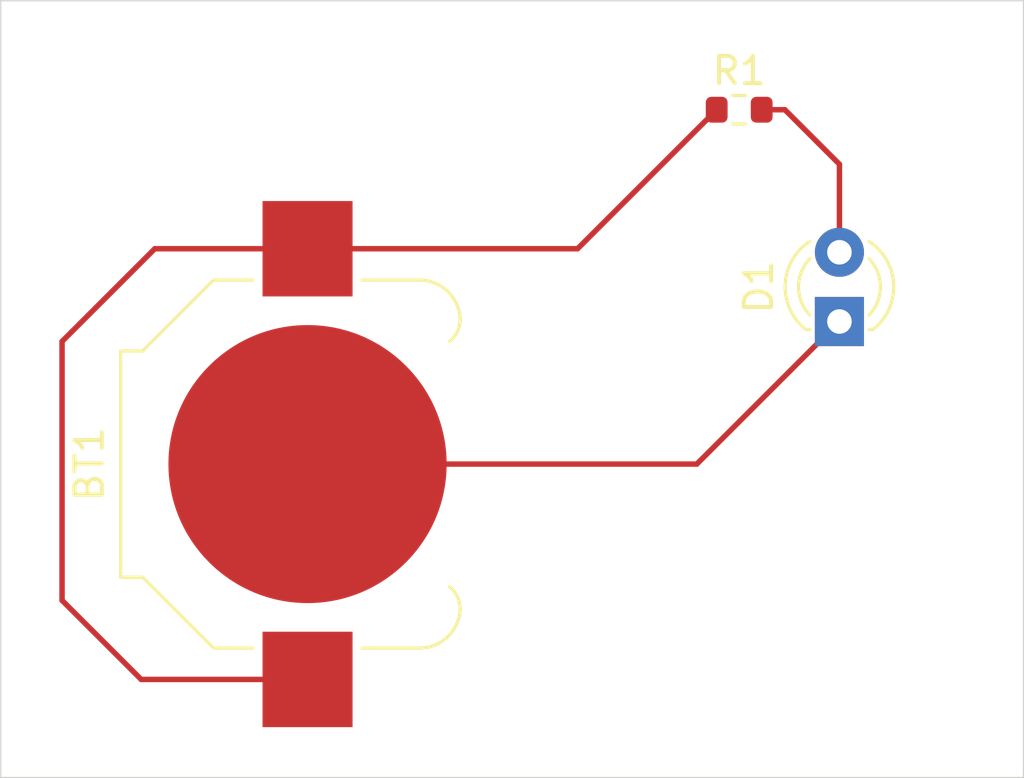
<source format=kicad_pcb>
(kicad_pcb (version 20241229) (generator "pcbnew") (generator_version "9.0")
  (layers (0 "F.Cu" signal) (2 "B.Cu" signal) (13 "F.Paste" user) (15 "B.Paste" user) (5 "F.SilkS" user "F.Silkscreen") (7 "B.SilkS" user "B.Silkscreen") (1 "F.Mask" user) (3 "B.Mask" user) (25 "Edge.Cuts" user))
  (net 0 "")
  (net 1 "Net-(D1-A)")
  (net 2 "Net-(BT1-+)")
  (net 3 "Net-(BT1--)")
  (footprint "Battery:BatteryHolder_Keystone_3000_1x12mm" (layer "F.Cu") (at 110 75.5 90)
    (property "Reference" "BT1" (at 0 -8 90) (layer "F.SilkS"))
    (property "Value" "Battery")
    (fp_line (start 4.15 -6.85) (end 4.15 -6.05) (stroke (width 0.12)) (layer "F.SilkS"))
    (fp_line (start -4.15 -6.85) (end 4.15 -6.85) (stroke (width 0.12)) (layer "F.SilkS"))
    (fp_line (start 4.15 -6.05) (end 6.75 -3.45) (stroke (width 0.12)) (layer "F.SilkS"))
    (fp_line (start -4.15 -6.05) (end -4.15 -6.85) (stroke (width 0.12)) (layer "F.SilkS"))
    (fp_line (start 6.75 -3.45) (end 6.75 -2) (stroke (width 0.12)) (layer "F.SilkS"))
    (fp_line (start -6.75 -3.45) (end -4.15 -6.05) (stroke (width 0.12)) (layer "F.SilkS"))
    (fp_line (start -6.75 -2) (end -6.75 -3.45) (stroke (width 0.12)) (layer "F.SilkS"))
    (fp_line (start 6.75 2) (end 6.75 4.1) (stroke (width 0.12)) (layer "F.SilkS"))
    (fp_line (start -6.75 2) (end -6.75 4.1) (stroke (width 0.12)) (layer "F.SilkS"))
    (fp_arc (start 6.75 4.05) (mid 6.346016 5.125305) (end 5.3 5.6) (stroke (width 0.12)) (layer "F.SilkS"))
    (fp_arc (start -4.5 5.2) (mid -4.90584 5.514615) (end -5.414615 5.58416) (stroke (width 0.12)) (layer "F.SilkS"))
    (fp_arc (start 5.414615 5.58416) (mid 4.90584 5.514615) (end 4.5 5.2) (stroke (width 0.12)) (layer "F.SilkS"))
    (fp_arc (start -5.3 5.6) (mid -6.346016 5.125305) (end -6.75 4.05) (stroke (width 0.12)) (layer "F.SilkS"))
    (pad "1" smd rect (at -7.9 0 90) (size 3.5 3.3) (layers "F.Cu" "F.Mask" "F.Paste") (net 2 "Net-(BT1-+)"))
    (pad "1" smd rect (at 7.9 0 90) (size 3.5 3.3) (layers "F.Cu" "F.Mask" "F.Paste") (net 2 "Net-(BT1-+)"))
    (pad "2" smd circle (at 0 0 90) (size 10.2 10.2) (layers "F.Cu" "F.Mask") (net 3 "Net-(BT1--)"))
  )
  (footprint "LED_THT:LED_D3.0mm" (layer "F.Cu") (at 129.5 70.27 90)
    (property "Reference" "D1" (at 1.27 -2.96 90) (layer "F.SilkS"))
    (property "Value" "LED")
    (fp_line (start -0.29 -1.236) (end -0.29 -1.08) (stroke (width 0.12)) (layer "F.SilkS"))
    (fp_line (start -0.29 1.08) (end -0.29 1.236) (stroke (width 0.12)) (layer "F.SilkS"))
    (fp_arc (start -0.29 -1.235516) (mid 1.365624 -1.987701) (end 2.941397 -1.080061) (stroke (width 0.12)) (layer "F.SilkS"))
    (fp_arc (start 0.229039 -1.08) (mid 1.269964 -1.5) (end 2.31091 -1.080049) (stroke (width 0.12)) (layer "F.SilkS"))
    (fp_arc (start 2.31091 1.080049) (mid 1.269964 1.5) (end 0.229039 1.08) (stroke (width 0.12)) (layer "F.SilkS"))
    (fp_arc (start 2.941397 1.080061) (mid 1.365624 1.987701) (end -0.29 1.235516) (stroke (width 0.12)) (layer "F.SilkS"))
    (pad "1" thru_hole rect (at 0 0 90) (size 1.8 1.8) (drill 0.9) (layers "*.Cu" "*.Mask") (net 3 "Net-(BT1--)"))
    (pad "2" thru_hole circle (at 2.54 0 90) (size 1.8 1.8) (drill 0.9) (layers "*.Cu" "*.Mask") (net 1 "Net-(D1-A)"))
  )
  (footprint "Resistor_SMD:R_0603_1608Metric" (layer "F.Cu") (at 125.825 62.5)
    (property "Reference" "R1" (at 0 -1.43 0) (layer "F.SilkS"))
    (property "Value" "250")
    (fp_line (start -0.237258 -0.5225) (end 0.237258 -0.5225) (stroke (width 0.12)) (layer "F.SilkS"))
    (fp_line (start -0.237258 0.5225) (end 0.237258 0.5225) (stroke (width 0.12)) (layer "F.SilkS"))
    (pad "1" smd roundrect (at -0.825 0) (size 0.8 0.95) (layers "F.Cu" "F.Mask" "F.Paste") (net 2 "Net-(BT1-+)"))
    (pad "2" smd roundrect (at 0.825 0) (size 0.8 0.95) (layers "F.Cu" "F.Mask" "F.Paste") (net 1 "Net-(D1-A)"))
  )
  (gr_rect (start 98.75 58.5) (end 136.25 87) (stroke (width 0.05)) (fill no) (layer "Edge.Cuts"))
  (segment (start 126.65 62.5) (end 127.5 62.5) (width 0.2) (layer "F.Cu") (net 1))
  (segment (start 127.5 62.5) (end 129.5 64.5) (width 0.2) (layer "F.Cu") (net 1))
  (segment (start 129.5 64.5) (end 129.5 67.73) (width 0.2) (layer "F.Cu") (net 1))
  (segment (start 103.9 83.4) (end 110 83.4) (width 0.2) (layer "F.Cu") (net 2))
  (segment (start 101 80.5) (end 103.9 83.4) (width 0.2) (layer "F.Cu") (net 2))
  (segment (start 104.4 67.6) (end 101 71) (width 0.2) (layer "F.Cu") (net 2))
  (segment (start 119.9 67.6) (end 125 62.5) (width 0.2) (layer "F.Cu") (net 2))
  (segment (start 110 67.6) (end 104.4 67.6) (width 0.2) (layer "F.Cu") (net 2))
  (segment (start 101 71) (end 101 80.5) (width 0.2) (layer "F.Cu") (net 2))
  (segment (start 110 67.6) (end 119.9 67.6) (width 0.2) (layer "F.Cu") (net 2))
  (segment (start 110 75.5) (end 124.27 75.5) (width 0.2) (layer "F.Cu") (net 3))
  (segment (start 124.27 75.5) (end 129.5 70.27) (width 0.2) (layer "F.Cu") (net 3))
)
</source>
